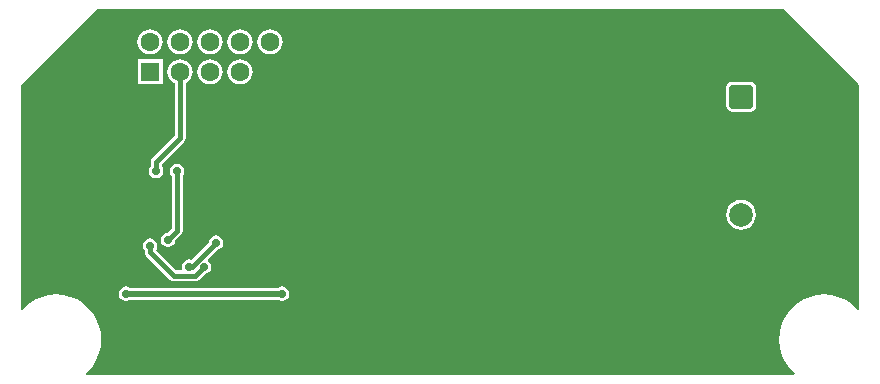
<source format=gbl>
G04*
G04 #@! TF.GenerationSoftware,Altium Limited,Altium Designer,20.1.7 (139)*
G04*
G04 Layer_Physical_Order=2*
G04 Layer_Color=16711680*
%FSLAX25Y25*%
%MOIN*%
G70*
G04*
G04 #@! TF.SameCoordinates,05879739-44A9-4934-95FB-35F445BD12AF*
G04*
G04*
G04 #@! TF.FilePolarity,Positive*
G04*
G01*
G75*
%ADD43C,0.01968*%
%ADD45C,0.01575*%
%ADD47C,0.07874*%
G04:AMPARAMS|DCode=48|XSize=78.74mil|YSize=78.74mil|CornerRadius=7.87mil|HoleSize=0mil|Usage=FLASHONLY|Rotation=270.000|XOffset=0mil|YOffset=0mil|HoleType=Round|Shape=RoundedRectangle|*
%AMROUNDEDRECTD48*
21,1,0.07874,0.06299,0,0,270.0*
21,1,0.06299,0.07874,0,0,270.0*
1,1,0.01575,-0.03150,-0.03150*
1,1,0.01575,-0.03150,0.03150*
1,1,0.01575,0.03150,0.03150*
1,1,0.01575,0.03150,-0.03150*
%
%ADD48ROUNDEDRECTD48*%
%ADD49R,0.06299X0.06299*%
%ADD50C,0.06299*%
%ADD51C,0.02756*%
G36*
X283431Y100717D02*
Y25741D01*
X282962Y25568D01*
X282276Y26371D01*
X280484Y27902D01*
X278474Y29133D01*
X276296Y30035D01*
X274004Y30586D01*
X271654Y30771D01*
X269303Y30586D01*
X267011Y30035D01*
X264833Y29133D01*
X262823Y27902D01*
X261031Y26371D01*
X259500Y24578D01*
X258268Y22568D01*
X257366Y20390D01*
X256816Y18098D01*
X256631Y15748D01*
X256816Y13398D01*
X257366Y11106D01*
X258268Y8928D01*
X259500Y6918D01*
X261031Y5125D01*
X261833Y4440D01*
X261660Y3971D01*
X25741D01*
X25568Y4440D01*
X26371Y5125D01*
X27902Y6918D01*
X29133Y8928D01*
X30035Y11106D01*
X30586Y13398D01*
X30771Y15748D01*
X30586Y18098D01*
X30035Y20390D01*
X29133Y22568D01*
X27902Y24578D01*
X26371Y26371D01*
X24578Y27902D01*
X22568Y29133D01*
X20390Y30035D01*
X18098Y30586D01*
X15748Y30771D01*
X13398Y30586D01*
X11106Y30035D01*
X8928Y29133D01*
X6918Y27902D01*
X5125Y26371D01*
X4440Y25568D01*
X3971Y25741D01*
Y100717D01*
X29204Y125950D01*
X258198D01*
X283431Y100717D01*
D02*
G37*
%LPC*%
G36*
X87000Y119185D02*
X85917Y119043D01*
X84907Y118625D01*
X84040Y117959D01*
X83375Y117093D01*
X82957Y116083D01*
X82815Y115000D01*
X82957Y113917D01*
X83375Y112907D01*
X84040Y112040D01*
X84907Y111375D01*
X85917Y110957D01*
X87000Y110815D01*
X88083Y110957D01*
X89093Y111375D01*
X89960Y112040D01*
X90625Y112907D01*
X91043Y113917D01*
X91185Y115000D01*
X91043Y116083D01*
X90625Y117093D01*
X89960Y117959D01*
X89093Y118625D01*
X88083Y119043D01*
X87000Y119185D01*
D02*
G37*
G36*
X77000D02*
X75917Y119043D01*
X74907Y118625D01*
X74041Y117959D01*
X73375Y117093D01*
X72957Y116083D01*
X72815Y115000D01*
X72957Y113917D01*
X73375Y112907D01*
X74041Y112040D01*
X74907Y111375D01*
X75917Y110957D01*
X77000Y110815D01*
X78083Y110957D01*
X79093Y111375D01*
X79959Y112040D01*
X80625Y112907D01*
X81043Y113917D01*
X81185Y115000D01*
X81043Y116083D01*
X80625Y117093D01*
X79959Y117959D01*
X79093Y118625D01*
X78083Y119043D01*
X77000Y119185D01*
D02*
G37*
G36*
X67000D02*
X65917Y119043D01*
X64907Y118625D01*
X64040Y117959D01*
X63375Y117093D01*
X62957Y116083D01*
X62815Y115000D01*
X62957Y113917D01*
X63375Y112907D01*
X64040Y112040D01*
X64907Y111375D01*
X65917Y110957D01*
X67000Y110815D01*
X68083Y110957D01*
X69093Y111375D01*
X69959Y112040D01*
X70625Y112907D01*
X71043Y113917D01*
X71185Y115000D01*
X71043Y116083D01*
X70625Y117093D01*
X69959Y117959D01*
X69093Y118625D01*
X68083Y119043D01*
X67000Y119185D01*
D02*
G37*
G36*
X57000D02*
X55917Y119043D01*
X54907Y118625D01*
X54040Y117959D01*
X53375Y117093D01*
X52957Y116083D01*
X52815Y115000D01*
X52957Y113917D01*
X53375Y112907D01*
X54040Y112040D01*
X54907Y111375D01*
X55917Y110957D01*
X57000Y110815D01*
X58083Y110957D01*
X59093Y111375D01*
X59960Y112040D01*
X60625Y112907D01*
X61043Y113917D01*
X61185Y115000D01*
X61043Y116083D01*
X60625Y117093D01*
X59960Y117959D01*
X59093Y118625D01*
X58083Y119043D01*
X57000Y119185D01*
D02*
G37*
G36*
X47000D02*
X45917Y119043D01*
X44907Y118625D01*
X44041Y117959D01*
X43375Y117093D01*
X42957Y116083D01*
X42815Y115000D01*
X42957Y113917D01*
X43375Y112907D01*
X44041Y112040D01*
X44907Y111375D01*
X45917Y110957D01*
X47000Y110815D01*
X48083Y110957D01*
X49093Y111375D01*
X49959Y112040D01*
X50625Y112907D01*
X51043Y113917D01*
X51185Y115000D01*
X51043Y116083D01*
X50625Y117093D01*
X49959Y117959D01*
X49093Y118625D01*
X48083Y119043D01*
X47000Y119185D01*
D02*
G37*
G36*
X51150Y109150D02*
X42850D01*
Y100850D01*
X51150D01*
Y109150D01*
D02*
G37*
G36*
X77000Y109185D02*
X75917Y109043D01*
X74907Y108625D01*
X74041Y107959D01*
X73375Y107093D01*
X72957Y106083D01*
X72815Y105000D01*
X72957Y103917D01*
X73375Y102907D01*
X74041Y102041D01*
X74907Y101375D01*
X75917Y100957D01*
X77000Y100815D01*
X78083Y100957D01*
X79093Y101375D01*
X79959Y102041D01*
X80625Y102907D01*
X81043Y103917D01*
X81185Y105000D01*
X81043Y106083D01*
X80625Y107093D01*
X79959Y107959D01*
X79093Y108625D01*
X78083Y109043D01*
X77000Y109185D01*
D02*
G37*
G36*
X67000D02*
X65917Y109043D01*
X64907Y108625D01*
X64040Y107959D01*
X63375Y107093D01*
X62957Y106083D01*
X62815Y105000D01*
X62957Y103917D01*
X63375Y102907D01*
X64040Y102041D01*
X64907Y101375D01*
X65917Y100957D01*
X67000Y100815D01*
X68083Y100957D01*
X69093Y101375D01*
X69959Y102041D01*
X70625Y102907D01*
X71043Y103917D01*
X71185Y105000D01*
X71043Y106083D01*
X70625Y107093D01*
X69959Y107959D01*
X69093Y108625D01*
X68083Y109043D01*
X67000Y109185D01*
D02*
G37*
G36*
X247150Y101657D02*
X240850D01*
X240153Y101518D01*
X239562Y101123D01*
X239167Y100532D01*
X239028Y99835D01*
Y93535D01*
X239167Y92838D01*
X239562Y92247D01*
X240153Y91852D01*
X240850Y91713D01*
X247150D01*
X247847Y91852D01*
X248438Y92247D01*
X248833Y92838D01*
X248972Y93535D01*
Y99835D01*
X248833Y100532D01*
X248438Y101123D01*
X247847Y101518D01*
X247150Y101657D01*
D02*
G37*
G36*
X57000Y109185D02*
X55917Y109043D01*
X54907Y108625D01*
X54040Y107959D01*
X53375Y107093D01*
X52957Y106083D01*
X52815Y105000D01*
X52957Y103917D01*
X53375Y102907D01*
X54040Y102041D01*
X54907Y101375D01*
X55178Y101263D01*
Y83755D01*
X47711Y76289D01*
X47316Y75697D01*
X47178Y75000D01*
X47178Y75000D01*
Y73521D01*
X46760Y72896D01*
X46575Y71969D01*
X46760Y71041D01*
X47286Y70254D01*
X48072Y69728D01*
X49000Y69544D01*
X49928Y69728D01*
X50714Y70254D01*
X51240Y71041D01*
X51424Y71969D01*
X51240Y72896D01*
X50822Y73521D01*
Y74245D01*
X58289Y81711D01*
X58289Y81711D01*
X58684Y82303D01*
X58822Y83000D01*
X58822Y83000D01*
Y101263D01*
X59093Y101375D01*
X59960Y102041D01*
X60625Y102907D01*
X61043Y103917D01*
X61185Y105000D01*
X61043Y106083D01*
X60625Y107093D01*
X59960Y107959D01*
X59093Y108625D01*
X58083Y109043D01*
X57000Y109185D01*
D02*
G37*
G36*
X244000Y62295D02*
X242711Y62125D01*
X241510Y61627D01*
X240479Y60836D01*
X239687Y59805D01*
X239190Y58604D01*
X239020Y57315D01*
X239190Y56026D01*
X239687Y54825D01*
X240479Y53794D01*
X241510Y53003D01*
X242711Y52505D01*
X244000Y52335D01*
X245289Y52505D01*
X246490Y53003D01*
X247521Y53794D01*
X248312Y54825D01*
X248810Y56026D01*
X248980Y57315D01*
X248810Y58604D01*
X248312Y59805D01*
X247521Y60836D01*
X246490Y61627D01*
X245289Y62125D01*
X244000Y62295D01*
D02*
G37*
G36*
X56000Y74393D02*
X55072Y74208D01*
X54286Y73683D01*
X53760Y72896D01*
X53575Y71969D01*
X53760Y71041D01*
X54178Y70416D01*
Y52755D01*
X52809Y51387D01*
X52072Y51240D01*
X51286Y50714D01*
X50760Y49928D01*
X50576Y49000D01*
X50760Y48072D01*
X51286Y47286D01*
X52072Y46760D01*
X53000Y46575D01*
X53928Y46760D01*
X54714Y47286D01*
X55240Y48072D01*
X55387Y48809D01*
X57289Y50711D01*
X57684Y51303D01*
X57822Y52000D01*
X57822Y52000D01*
Y70416D01*
X58240Y71041D01*
X58425Y71969D01*
X58240Y72896D01*
X57714Y73683D01*
X56928Y74208D01*
X56000Y74393D01*
D02*
G37*
G36*
X69000Y50424D02*
X68072Y50240D01*
X67286Y49714D01*
X66760Y48928D01*
X66613Y48191D01*
X60707Y42284D01*
X60000Y42424D01*
X59072Y42240D01*
X58286Y41714D01*
X57760Y40928D01*
X57576Y40000D01*
X57710Y39322D01*
X57371Y38822D01*
X55755D01*
X48946Y45632D01*
X49240Y46072D01*
X49424Y47000D01*
X49240Y47928D01*
X48714Y48714D01*
X47928Y49240D01*
X47000Y49424D01*
X46072Y49240D01*
X45286Y48714D01*
X44760Y47928D01*
X44576Y47000D01*
X44760Y46072D01*
X45178Y45447D01*
Y45000D01*
X45178Y45000D01*
X45316Y44303D01*
X45711Y43711D01*
X53711Y35711D01*
X53711Y35711D01*
X54303Y35316D01*
X55000Y35178D01*
X55000Y35178D01*
X62000D01*
X62000Y35178D01*
X62697Y35316D01*
X63289Y35711D01*
X65191Y37613D01*
X65928Y37760D01*
X66714Y38286D01*
X67240Y39072D01*
X67424Y40000D01*
X67240Y40928D01*
X66714Y41714D01*
X66285Y42001D01*
X66222Y42645D01*
X69191Y45613D01*
X69928Y45760D01*
X70714Y46286D01*
X71240Y47072D01*
X71425Y48000D01*
X71240Y48928D01*
X70714Y49714D01*
X69928Y50240D01*
X69000Y50424D01*
D02*
G37*
G36*
X91000Y33424D02*
X90072Y33240D01*
X89748Y33023D01*
X40252D01*
X39928Y33240D01*
X39000Y33424D01*
X38072Y33240D01*
X37286Y32714D01*
X36760Y31928D01*
X36575Y31000D01*
X36760Y30072D01*
X37286Y29286D01*
X38072Y28760D01*
X39000Y28576D01*
X39928Y28760D01*
X40252Y28977D01*
X89748D01*
X90072Y28760D01*
X91000Y28576D01*
X91928Y28760D01*
X92714Y29286D01*
X93240Y30072D01*
X93424Y31000D01*
X93240Y31928D01*
X92714Y32714D01*
X91928Y33240D01*
X91000Y33424D01*
D02*
G37*
%LPD*%
D43*
X39000Y31000D02*
X91000D01*
D45*
X47000Y45000D02*
Y47000D01*
Y45000D02*
X55000Y37000D01*
X62000D01*
X65000Y40000D01*
X60000D02*
X61000D01*
X69000Y48000D01*
X53000Y49000D02*
X56000Y52000D01*
Y71969D01*
X49000Y71969D02*
Y75000D01*
X57000Y83000D02*
Y105000D01*
X49000Y75000D02*
X57000Y83000D01*
D47*
X244000Y57315D02*
D03*
D48*
Y96685D02*
D03*
D49*
X47000Y105000D02*
D03*
D50*
Y115000D02*
D03*
X57000Y105000D02*
D03*
Y115000D02*
D03*
X67000Y105000D02*
D03*
Y115000D02*
D03*
X77000Y105000D02*
D03*
Y115000D02*
D03*
X87000Y105000D02*
D03*
Y115000D02*
D03*
D51*
X60000Y40000D02*
D03*
X67000Y52000D02*
D03*
X47000Y47000D02*
D03*
X65000Y40000D02*
D03*
X69000Y48000D02*
D03*
X91000Y31000D02*
D03*
X53000Y49000D02*
D03*
X56000Y71969D02*
D03*
X102000Y20000D02*
D03*
X82000D02*
D03*
X76000D02*
D03*
X68000D02*
D03*
X60000D02*
D03*
X39000Y31000D02*
D03*
X57000Y46000D02*
D03*
X49000Y71969D02*
D03*
X28000Y59000D02*
D03*
X40000Y64000D02*
D03*
X203000Y6000D02*
D03*
X219000Y107000D02*
D03*
X32000Y27000D02*
D03*
X43000Y40000D02*
D03*
X28000Y79000D02*
D03*
X83000Y58000D02*
D03*
X162000Y56000D02*
D03*
X127000Y94000D02*
D03*
X42000Y79000D02*
D03*
X50000Y63000D02*
D03*
X227000Y14000D02*
D03*
X257000Y6000D02*
D03*
X281000Y31000D02*
D03*
X226000Y22000D02*
D03*
X281000Y100000D02*
D03*
X251000Y103000D02*
D03*
X257000Y123000D02*
D03*
X169000Y49000D02*
D03*
X244000Y20000D02*
D03*
X197000Y118000D02*
D03*
X189000Y10000D02*
D03*
X198000Y19000D02*
D03*
X176000Y118000D02*
D03*
X121000Y11000D02*
D03*
Y44000D02*
D03*
X166000Y103000D02*
D03*
X155000Y73000D02*
D03*
X76000Y79000D02*
D03*
X50000Y20000D02*
D03*
X212000Y28969D02*
D03*
X215000Y123000D02*
D03*
X95000Y20000D02*
D03*
M02*

</source>
